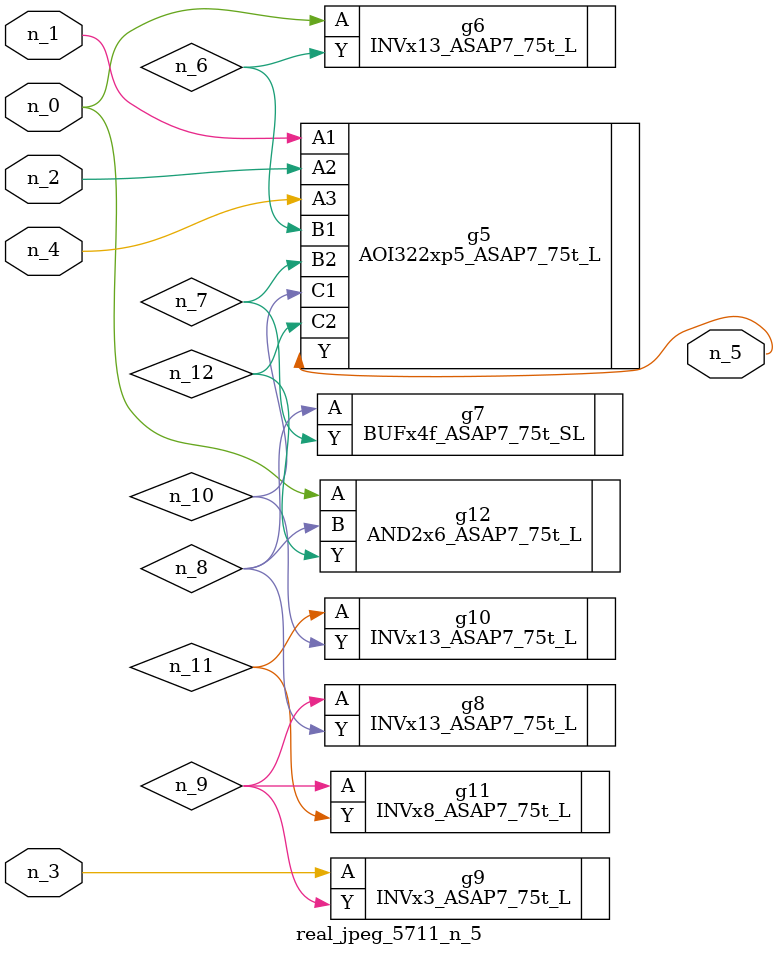
<source format=v>
module real_jpeg_5711_n_5 (n_4, n_0, n_1, n_2, n_3, n_5);

input n_4;
input n_0;
input n_1;
input n_2;
input n_3;

output n_5;

wire n_12;
wire n_8;
wire n_11;
wire n_6;
wire n_7;
wire n_10;
wire n_9;

INVx13_ASAP7_75t_L g6 ( 
.A(n_0),
.Y(n_6)
);

AND2x6_ASAP7_75t_L g12 ( 
.A(n_0),
.B(n_8),
.Y(n_12)
);

AOI322xp5_ASAP7_75t_L g5 ( 
.A1(n_1),
.A2(n_2),
.A3(n_4),
.B1(n_6),
.B2(n_7),
.C1(n_10),
.C2(n_12),
.Y(n_5)
);

INVx3_ASAP7_75t_L g9 ( 
.A(n_3),
.Y(n_9)
);

BUFx4f_ASAP7_75t_SL g7 ( 
.A(n_8),
.Y(n_7)
);

INVx13_ASAP7_75t_L g8 ( 
.A(n_9),
.Y(n_8)
);

INVx8_ASAP7_75t_L g11 ( 
.A(n_9),
.Y(n_11)
);

INVx13_ASAP7_75t_L g10 ( 
.A(n_11),
.Y(n_10)
);


endmodule
</source>
